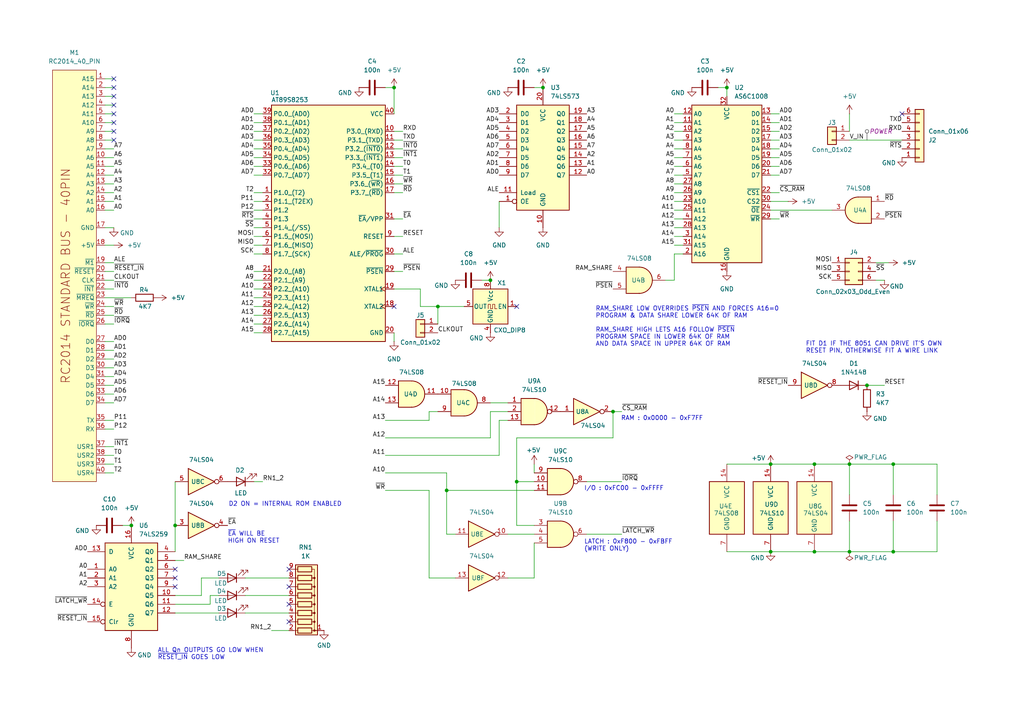
<source format=kicad_sch>
(kicad_sch (version 20231120) (generator "eeschema") (generator_version "8.0")
  (paper "A4")
  (title_block (title "RCBus 8051 Board 64K ROM + 64K RAM") (date "2025-01-01") (rev "1.1"))
  (junction (at 223.52 134.62))
  (junction (at 157.48 25.4))
  (junction (at 38.1 152.4))
  (junction (at 223.52 160.02))
  (junction (at 246.38 160.02))
  (junction (at 259.08 160.02))
  (junction (at 246.38 134.62))
  (junction (at 114.3 25.4))
  (junction (at 142.24 81.28))
  (junction (at 177.8 119.38))
  (junction (at 129.54 142.24))
  (junction (at 149.86 139.7))
  (junction (at 259.08 134.62))
  (junction (at 236.22 134.62))
  (junction (at 236.22 160.02))
  (junction (at 50.8 152.4))
  (junction (at 127 88.9))
  (junction (at 210.82 25.4))
  (junction (at 251.46 111.76))
  (no_connect (at 33.02 30.48))
  (no_connect (at 261.62 33.02))
  (no_connect (at 33.02 35.56))
  (no_connect (at 83.82 180.34))
  (no_connect (at 33.02 40.64))
  (no_connect (at 83.82 175.26))
  (no_connect (at 114.3 88.9))
  (no_connect (at 83.82 165.1))
  (no_connect (at 50.8 170.18))
  (no_connect (at 50.8 167.64))
  (no_connect (at 33.02 25.4))
  (no_connect (at 33.02 27.94))
  (no_connect (at 33.02 22.86))
  (no_connect (at 50.8 165.1))
  (no_connect (at 33.02 33.02))
  (no_connect (at 149.86 88.9))
  (no_connect (at 33.02 38.1))
  (no_connect (at 83.82 170.18))
  (wire (pts (xy 30.48 124.46) (xy 33.02 124.46)))
  (wire (pts (xy 195.58 53.34) (xy 198.12 53.34)))
  (wire (pts (xy 33.02 76.2) (xy 30.48 76.2)))
  (wire (pts (xy 114.3 68.58) (xy 116.84 68.58)))
  (wire (pts (xy 50.8 175.26) (xy 60.96 175.26)))
  (wire (pts (xy 154.94 139.7) (xy 149.86 139.7)))
  (wire (pts (xy 132.08 167.64) (xy 124.46 167.64)))
  (wire (pts (xy 33.02 104.14) (xy 30.48 104.14)))
  (wire (pts (xy 111.76 25.4) (xy 114.3 25.4)))
  (wire (pts (xy 114.3 45.72) (xy 116.84 45.72)))
  (wire (pts (xy 60.96 172.72) (xy 63.5 172.72)))
  (wire (pts (xy 223.52 50.8) (xy 226.06 50.8)))
  (wire (pts (xy 33.02 109.22) (xy 30.48 109.22)))
  (wire (pts (xy 223.52 48.26) (xy 226.06 48.26)))
  (wire (pts (xy 195.58 71.12) (xy 198.12 71.12)))
  (wire (pts (xy 170.18 154.94) (xy 180.34 154.94)))
  (wire (pts (xy 271.78 134.62) (xy 271.78 143.51)))
  (wire (pts (xy 33.02 58.42) (xy 30.48 58.42)))
  (wire (pts (xy 144.78 121.92) (xy 147.32 121.92)))
  (wire (pts (xy 195.58 33.02) (xy 198.12 33.02)))
  (wire (pts (xy 144.78 132.08) (xy 144.78 121.92)))
  (wire (pts (xy 154.94 142.24) (xy 129.54 142.24)))
  (wire (pts (xy 259.08 151.13) (xy 259.08 160.02)))
  (wire (pts (xy 73.66 81.28) (xy 76.2 81.28)))
  (wire (pts (xy 127 88.9) (xy 134.62 88.9)))
  (wire (pts (xy 33.02 101.6) (xy 30.48 101.6)))
  (wire (pts (xy 195.58 35.56) (xy 198.12 35.56)))
  (wire (pts (xy 33.02 27.94) (xy 30.48 27.94)))
  (wire (pts (xy 223.52 33.02) (xy 226.06 33.02)))
  (wire (pts (xy 129.54 142.24) (xy 129.54 154.94)))
  (wire (pts (xy 132.08 154.94) (xy 129.54 154.94)))
  (wire (pts (xy 246.38 134.62) (xy 246.38 143.51)))
  (wire (pts (xy 142.24 119.38) (xy 147.32 119.38)))
  (wire (pts (xy 33.02 111.76) (xy 30.48 111.76)))
  (wire (pts (xy 193.04 81.28) (xy 195.58 81.28)))
  (wire (pts (xy 195.58 43.18) (xy 198.12 43.18)))
  (wire (pts (xy 114.3 25.4) (xy 114.3 33.02)))
  (wire (pts (xy 73.66 35.56) (xy 76.2 35.56)))
  (wire (pts (xy 114.3 43.18) (xy 116.84 43.18)))
  (wire (pts (xy 195.58 45.72) (xy 198.12 45.72)))
  (wire (pts (xy 73.66 33.02) (xy 76.2 33.02)))
  (wire (pts (xy 73.66 73.66) (xy 76.2 73.66)))
  (wire (pts (xy 33.02 91.44) (xy 30.48 91.44)))
  (wire (pts (xy 58.42 167.64) (xy 63.5 167.64)))
  (wire (pts (xy 33.02 116.84) (xy 30.48 116.84)))
  (wire (pts (xy 195.58 81.28) (xy 195.58 73.66)))
  (wire (pts (xy 33.02 30.48) (xy 30.48 30.48)))
  (wire (pts (xy 139.7 81.28) (xy 142.24 81.28)))
  (wire (pts (xy 33.02 48.26) (xy 30.48 48.26)))
  (wire (pts (xy 195.58 73.66) (xy 198.12 73.66)))
  (wire (pts (xy 170.18 139.7) (xy 180.34 139.7)))
  (wire (pts (xy 114.3 48.26) (xy 116.84 48.26)))
  (wire (pts (xy 71.12 167.64) (xy 83.82 167.64)))
  (wire (pts (xy 114.3 99.06) (xy 114.3 96.52)))
  (wire (pts (xy 223.52 58.42) (xy 228.6 58.42)))
  (wire (pts (xy 144.78 58.42) (xy 144.78 66.04)))
  (wire (pts (xy 114.3 83.82) (xy 121.92 83.82)))
  (wire (pts (xy 223.52 45.72) (xy 226.06 45.72)))
  (wire (pts (xy 251.46 111.76) (xy 256.54 111.76)))
  (wire (pts (xy 73.66 55.88) (xy 76.2 55.88)))
  (wire (pts (xy 33.02 114.3) (xy 30.48 114.3)))
  (wire (pts (xy 30.48 86.36) (xy 38.1 86.36)))
  (wire (pts (xy 33.02 99.06) (xy 30.48 99.06)))
  (wire (pts (xy 73.66 139.7) (xy 76.2 139.7)))
  (wire (pts (xy 154.94 25.4) (xy 157.48 25.4)))
  (wire (pts (xy 33.02 43.18) (xy 30.48 43.18)))
  (wire (pts (xy 195.58 66.04) (xy 198.12 66.04)))
  (wire (pts (xy 147.32 167.64) (xy 154.94 167.64)))
  (wire (pts (xy 121.92 88.9) (xy 127 88.9)))
  (wire (pts (xy 33.02 22.86) (xy 30.48 22.86)))
  (wire (pts (xy 78.74 182.88) (xy 83.82 182.88)))
  (wire (pts (xy 246.38 33.02) (xy 246.38 38.1)))
  (wire (pts (xy 114.3 40.64) (xy 116.84 40.64)))
  (wire (pts (xy 149.86 152.4) (xy 149.86 139.7)))
  (wire (pts (xy 33.02 78.74) (xy 30.48 78.74)))
  (wire (pts (xy 195.58 68.58) (xy 198.12 68.58)))
  (wire (pts (xy 195.58 48.26) (xy 198.12 48.26)))
  (wire (pts (xy 73.66 58.42) (xy 76.2 58.42)))
  (wire (pts (xy 114.3 73.66) (xy 116.84 73.66)))
  (wire (pts (xy 33.02 35.56) (xy 30.48 35.56)))
  (wire (pts (xy 33.02 40.64) (xy 30.48 40.64)))
  (wire (pts (xy 114.3 53.34) (xy 116.84 53.34)))
  (wire (pts (xy 223.52 134.62) (xy 236.22 134.62)))
  (wire (pts (xy 30.48 134.62) (xy 33.02 134.62)))
  (wire (pts (xy 124.46 121.92) (xy 124.46 119.38)))
  (wire (pts (xy 149.86 139.7) (xy 149.86 127)))
  (wire (pts (xy 259.08 160.02) (xy 246.38 160.02)))
  (wire (pts (xy 223.52 43.18) (xy 226.06 43.18)))
  (wire (pts (xy 111.76 121.92) (xy 124.46 121.92)))
  (wire (pts (xy 121.92 83.82) (xy 121.92 88.9)))
  (wire (pts (xy 73.66 78.74) (xy 76.2 78.74)))
  (wire (pts (xy 210.82 160.02) (xy 223.52 160.02)))
  (wire (pts (xy 124.46 167.64) (xy 124.46 142.24)))
  (wire (pts (xy 73.66 43.18) (xy 76.2 43.18)))
  (wire (pts (xy 73.66 48.26) (xy 76.2 48.26)))
  (wire (pts (xy 71.12 177.8) (xy 83.82 177.8)))
  (wire (pts (xy 147.32 154.94) (xy 154.94 154.94)))
  (wire (pts (xy 154.94 152.4) (xy 149.86 152.4)))
  (wire (pts (xy 73.66 91.44) (xy 76.2 91.44)))
  (wire (pts (xy 33.02 53.34) (xy 30.48 53.34)))
  (wire (pts (xy 223.52 63.5) (xy 226.06 63.5)))
  (wire (pts (xy 114.3 55.88) (xy 116.84 55.88)))
  (wire (pts (xy 254 81.28) (xy 256.54 81.28)))
  (wire (pts (xy 73.66 86.36) (xy 76.2 86.36)))
  (wire (pts (xy 195.58 60.96) (xy 198.12 60.96)))
  (wire (pts (xy 73.66 40.64) (xy 76.2 40.64)))
  (wire (pts (xy 58.42 167.64) (xy 58.42 172.72)))
  (wire (pts (xy 210.82 134.62) (xy 223.52 134.62)))
  (wire (pts (xy 142.24 116.84) (xy 147.32 116.84)))
  (wire (pts (xy 129.54 137.16) (xy 111.76 137.16)))
  (wire (pts (xy 223.52 38.1) (xy 226.06 38.1)))
  (wire (pts (xy 223.52 60.96) (xy 241.3 60.96)))
  (wire (pts (xy 50.8 177.8) (xy 63.5 177.8)))
  (wire (pts (xy 33.02 88.9) (xy 30.48 88.9)))
  (wire (pts (xy 73.66 50.8) (xy 76.2 50.8)))
  (wire (pts (xy 58.42 172.72) (xy 50.8 172.72)))
  (wire (pts (xy 195.58 63.5) (xy 198.12 63.5)))
  (wire (pts (xy 71.12 172.72) (xy 83.82 172.72)))
  (wire (pts (xy 259.08 134.62) (xy 271.78 134.62)))
  (wire (pts (xy 142.24 127) (xy 142.24 119.38)))
  (wire (pts (xy 223.52 40.64) (xy 226.06 40.64)))
  (wire (pts (xy 259.08 134.62) (xy 259.08 143.51)))
  (wire (pts (xy 33.02 50.8) (xy 30.48 50.8)))
  (wire (pts (xy 33.02 66.04) (xy 30.48 66.04)))
  (wire (pts (xy 210.82 27.94) (xy 210.82 25.4)))
  (wire (pts (xy 114.3 63.5) (xy 116.84 63.5)))
  (wire (pts (xy 33.02 38.1) (xy 30.48 38.1)))
  (wire (pts (xy 246.38 40.64) (xy 261.62 40.64)))
  (wire (pts (xy 210.82 25.4) (xy 208.28 25.4)))
  (wire (pts (xy 223.52 160.02) (xy 236.22 160.02)))
  (wire (pts (xy 149.86 127) (xy 177.8 127)))
  (wire (pts (xy 114.3 38.1) (xy 116.84 38.1)))
  (wire (pts (xy 60.96 172.72) (xy 60.96 175.26)))
  (wire (pts (xy 195.58 40.64) (xy 198.12 40.64)))
  (wire (pts (xy 33.02 60.96) (xy 30.48 60.96)))
  (wire (pts (xy 50.8 139.7) (xy 50.8 152.4)))
  (wire (pts (xy 33.02 71.12) (xy 30.48 71.12)))
  (wire (pts (xy 73.66 60.96) (xy 76.2 60.96)))
  (wire (pts (xy 111.76 142.24) (xy 124.46 142.24)))
  (wire (pts (xy 111.76 127) (xy 142.24 127)))
  (wire (pts (xy 154.94 167.64) (xy 154.94 157.48)))
  (wire (pts (xy 195.58 58.42) (xy 198.12 58.42)))
  (wire (pts (xy 73.66 45.72) (xy 76.2 45.72)))
  (wire (pts (xy 246.38 134.62) (xy 259.08 134.62)))
  (wire (pts (xy 114.3 50.8) (xy 116.84 50.8)))
  (wire (pts (xy 73.66 63.5) (xy 76.2 63.5)))
  (wire (pts (xy 154.94 134.62) (xy 154.94 137.16)))
  (wire (pts (xy 127 88.9) (xy 127 93.98)))
  (wire (pts (xy 271.78 160.02) (xy 259.08 160.02)))
  (wire (pts (xy 223.52 35.56) (xy 226.06 35.56)))
  (wire (pts (xy 114.3 78.74) (xy 116.84 78.74)))
  (wire (pts (xy 33.02 81.28) (xy 30.48 81.28)))
  (wire (pts (xy 73.66 71.12) (xy 76.2 71.12)))
  (wire (pts (xy 33.02 55.88) (xy 30.48 55.88)))
  (wire (pts (xy 195.58 38.1) (xy 198.12 38.1)))
  (wire (pts (xy 73.66 66.04) (xy 76.2 66.04)))
  (wire (pts (xy 73.66 93.98) (xy 76.2 93.98)))
  (wire (pts (xy 35.56 152.4) (xy 38.1 152.4)))
  (wire (pts (xy 33.02 106.68) (xy 30.48 106.68)))
  (wire (pts (xy 236.22 160.02) (xy 246.38 160.02)))
  (wire (pts (xy 30.48 137.16) (xy 33.02 137.16)))
  (wire (pts (xy 177.8 127) (xy 177.8 119.38)))
  (wire (pts (xy 73.66 68.58) (xy 76.2 68.58)))
  (wire (pts (xy 177.8 119.38) (xy 180.34 119.38)))
  (wire (pts (xy 129.54 142.24) (xy 129.54 137.16)))
  (wire (pts (xy 30.48 132.08) (xy 33.02 132.08)))
  (wire (pts (xy 246.38 151.13) (xy 246.38 160.02)))
  (wire (pts (xy 195.58 50.8) (xy 198.12 50.8)))
  (wire (pts (xy 257.81 76.2) (xy 254 76.2)))
  (wire (pts (xy 30.48 129.54) (xy 33.02 129.54)))
  (wire (pts (xy 33.02 33.02) (xy 30.48 33.02)))
  (wire (pts (xy 73.66 88.9) (xy 76.2 88.9)))
  (wire (pts (xy 236.22 134.62) (xy 246.38 134.62)))
  (wire (pts (xy 73.66 96.52) (xy 76.2 96.52)))
  (wire (pts (xy 195.58 55.88) (xy 198.12 55.88)))
  (wire (pts (xy 73.66 38.1) (xy 76.2 38.1)))
  (wire (pts (xy 271.78 151.13) (xy 271.78 160.02)))
  (wire (pts (xy 223.52 55.88) (xy 226.06 55.88)))
  (wire (pts (xy 53.34 162.56) (xy 50.8 162.56)))
  (wire (pts (xy 124.46 119.38) (xy 127 119.38)))
  (wire (pts (xy 33.02 45.72) (xy 30.48 45.72)))
  (wire (pts (xy 73.66 83.82) (xy 76.2 83.82)))
  (wire (pts (xy 50.8 152.4) (xy 50.8 160.02)))
  (wire (pts (xy 33.02 25.4) (xy 30.48 25.4)))
  (wire (pts (xy 33.02 83.82) (xy 30.48 83.82)))
  (wire (pts (xy 30.48 121.92) (xy 33.02 121.92)))
  (wire (pts (xy 111.76 132.08) (xy 144.78 132.08)))
  (wire (pts (xy 33.02 93.98) (xy 30.48 93.98)))
  (text "ALL Qn OUTPUTS GO LOW WHEN\n~{RESET_IN} GOES LOW" (at 45.72 187.96 0) (effects (font (size 1.27 1.27)) (justify left top)))
  (text "D2 ON = INTERNAL ROM ENABLED" (at 66.294 145.542 0) (effects (font (size 1.27 1.27)) (justify left top)))
  (text "RAM_SHARE LOW OVERRIDES ~{PSEN} AND FORCES A16=0\nPROGRAM & DATA SHARE LOWER 64K OF RAM\n\nRAM_SHARE HIGH LETS A16 FOLLOW ~{PSEN}\nPROGRAM SPACE IN LOWER 64K OF RAM\nAND DATA SPACE IN UPPER 64K OF RAM" (at 172.72 88.9 0) (effects (font (size 1.27 1.27)) (justify left top)))
  (text "FIT D1 IF THE 8051 CAN DRIVE IT'S OWN\nRESET PIN, OTHERWISE FIT A WIRE LINK\n" (at 233.68 99.06 0) (effects (font (size 1.27 1.27)) (justify left top)))
  (text "~{EA} WILL BE\nHIGH ON RESET" (at 66.04 155.956 0) (effects (font (size 1.27 1.27)) (justify left)))
  (text "I/O : 0xFC00 - 0xFFFF" (at 169.418 141.732 0) (effects (font (size 1.27 1.27) (thickness 0.1588)) (justify left)))
  (text "LATCH : 0xF800 - 0xFBFF\n(WRITE ONLY)" (at 169.418 158.242 0) (effects (font (size 1.27 1.27) (thickness 0.1588)) (justify left)))
  (text "RAM : 0x0000 - 0xF7FF" (at 180.086 121.412 0) (effects (font (size 1.27 1.27) (thickness 0.1588)) (justify left)))
  (label "~{EA}" (at 66.04 152.4 0))
  (label "A15" (at 195.58 71.12 180))
  (label "~{WR}" (at 111.76 142.24 180))
  (label "ALE" (at 116.84 73.66 0))
  (label "AD2" (at 73.66 38.1 180))
  (label "A7" (at 195.58 50.8 180))
  (label "A14" (at 195.58 68.58 180))
  (label "A9" (at 73.66 81.28 180))
  (label "~{CS_RAM}" (at 180.34 119.38 0))
  (label "~{WR}" (at 226.06 63.5 0))
  (label "AD4" (at 73.66 43.18 180))
  (label "ALE" (at 144.78 55.88 180))
  (label "A10" (at 195.58 58.42 180))
  (label "AD4" (at 33.02 109.22 0))
  (label "SCK" (at 73.66 73.66 180))
  (label "RAM_SHARE" (at 177.8 78.74 180))
  (label "AD1" (at 73.66 35.56 180))
  (label "A3" (at 33.02 53.34 0))
  (label "~{RESET_IN}" (at 25.4 180.34 180))
  (label "AD5" (at 144.78 38.1 180))
  (label "AD2" (at 33.02 104.14 0))
  (label "AD5" (at 226.06 45.72 0))
  (label "RXD" (at 116.84 38.1 0))
  (label "A10" (at 111.76 137.16 180))
  (label "A7" (at 33.02 43.18 0))
  (label "AD0" (at 25.4 160.02 180))
  (label "A0" (at 33.02 60.96 0))
  (label "~{WR}" (at 33.02 88.9 0))
  (label "~{SS}" (at 254 78.74 0))
  (label "A15" (at 73.66 96.52 180))
  (label "AD5" (at 73.66 45.72 180))
  (label "A11" (at 73.66 86.36 180))
  (label "A5" (at 170.18 38.1 0))
  (label "A11" (at 195.58 60.96 180))
  (label "AD7" (at 226.06 50.8 0))
  (label "CLKOUT" (at 127 96.52 0))
  (label "RXD" (at 261.62 38.1 180))
  (label "~{LATCH_WR}" (at 180.34 154.94 0))
  (label "RN1_2" (at 78.74 182.88 180))
  (label "A6" (at 170.18 40.64 0))
  (label "A15" (at 111.76 111.76 180))
  (label "P12" (at 73.66 60.96 180))
  (label "A0" (at 195.58 33.02 180))
  (label "A2" (at 25.4 170.18 180))
  (label "~{LATCH_WR}" (at 25.4 175.26 180))
  (label "A1" (at 170.18 48.26 0))
  (label "AD0" (at 226.06 33.02 0))
  (label "A13" (at 195.58 66.04 180))
  (label "A4" (at 170.18 35.56 0))
  (label "A4" (at 195.58 43.18 180))
  (label "A1" (at 195.58 35.56 180))
  (label "AD4" (at 226.06 43.18 0))
  (label "~{PSEN}" (at 177.8 83.82 180))
  (label "V_IN" (at 246.38 40.64 0))
  (label "AD2" (at 226.06 38.1 0))
  (label "~{IORQ}" (at 180.34 139.7 0))
  (label "A12" (at 111.76 127 180))
  (label "~{INT0}" (at 33.02 83.82 0))
  (label "AD7" (at 33.02 116.84 0))
  (label "~{RD}" (at 33.02 91.44 0))
  (label "~{PSEN}" (at 256.54 63.5 0))
  (label "A12" (at 73.66 88.9 180))
  (label "MISO" (at 73.66 71.12 180))
  (label "~{RESET_IN}" (at 33.02 78.74 0))
  (label "T0" (at 116.84 48.26 0))
  (label "A10" (at 73.66 83.82 180))
  (label "MISO" (at 241.3 78.74 180))
  (label "~{RD}" (at 256.54 58.42 0))
  (label "A12" (at 195.58 63.5 180))
  (label "A2" (at 195.58 38.1 180))
  (label "A4" (at 33.02 50.8 0))
  (label "A14" (at 111.76 116.84 180))
  (label "AD0" (at 33.02 99.06 0))
  (label "AD0" (at 73.66 33.02 180))
  (label "A5" (at 33.02 48.26 0))
  (label "AD3" (at 144.78 33.02 180))
  (label "~{INT1}" (at 33.02 129.54 0))
  (label "~{RESET_IN}" (at 228.6 111.76 180))
  (label "AD3" (at 226.06 40.64 0))
  (label "AD1" (at 33.02 101.6 0))
  (label "T1" (at 116.84 50.8 0))
  (label "AD5" (at 33.02 111.76 0))
  (label "A2" (at 170.18 45.72 0))
  (label "A1" (at 25.4 167.64 180))
  (label "A11" (at 111.76 132.08 180))
  (label "~{WR}" (at 116.84 53.34 0))
  (label "AD7" (at 73.66 50.8 180))
  (label "A9" (at 195.58 55.88 180))
  (label "A1" (at 33.02 58.42 0))
  (label "TXD" (at 261.62 35.56 180))
  (label "RAM_SHARE" (at 53.34 162.56 0))
  (label "AD2" (at 144.78 45.72 180))
  (label "A0" (at 25.4 165.1 180))
  (label "A6" (at 195.58 48.26 180))
  (label "~{IORQ}" (at 33.02 93.98 0))
  (label "SCK" (at 241.3 81.28 180))
  (label "A14" (at 73.66 93.98 180))
  (label "A8" (at 195.58 53.34 180))
  (label "A13" (at 73.66 91.44 180))
  (label "AD0" (at 144.78 50.8 180))
  (label "P11" (at 73.66 58.42 180))
  (label "MOSI" (at 241.3 76.2 180))
  (label "A7" (at 170.18 43.18 0))
  (label "~{INT1}" (at 116.84 45.72 0))
  (label "AD7" (at 144.78 43.18 180))
  (label "MOSI" (at 73.66 68.58 180))
  (label "AD1" (at 226.06 35.56 0))
  (label "AD3" (at 73.66 40.64 180))
  (label "P11" (at 33.02 121.92 0))
  (label "A6" (at 33.02 45.72 0))
  (label "A3" (at 195.58 40.64 180))
  (label "AD4" (at 144.78 35.56 180))
  (label "A2" (at 33.02 55.88 0))
  (label "~{PSEN}" (at 116.84 78.74 0))
  (label "AD6" (at 226.06 48.26 0))
  (label "AD6" (at 144.78 40.64 180))
  (label "A0" (at 170.18 50.8 0))
  (label "A13" (at 111.76 121.92 180))
  (label "T0" (at 33.02 132.08 0))
  (label "AD6" (at 33.02 114.3 0))
  (label "RESET" (at 116.84 68.58 0))
  (label "RESET" (at 256.54 111.76 0))
  (label "A8" (at 73.66 78.74 180))
  (label "P12" (at 33.02 124.46 0))
  (label "ALE" (at 33.02 76.2 0))
  (label "AD1" (at 144.78 48.26 180))
  (label "T2" (at 73.66 55.88 180))
  (label "~{RTS}" (at 261.62 43.18 180))
  (label "~{RTS}" (at 73.66 63.5 180))
  (label "AD6" (at 73.66 48.26 180))
  (label "A5" (at 195.58 45.72 180))
  (label "TXD" (at 116.84 40.64 0))
  (label "RN1_2" (at 76.2 139.7 0))
  (label "~{RD}" (at 116.84 55.88 0))
  (label "T2" (at 33.02 137.16 0))
  (label "CLKOUT" (at 33.02 81.28 0))
  (label "T1" (at 33.02 134.62 0))
  (label "~{EA}" (at 116.84 63.5 0))
  (label "~{SS}" (at 73.66 66.04 180))
  (label "~{CS_RAM}" (at 226.06 55.88 0))
  (label "A3" (at 170.18 33.02 0))
  (label "AD3" (at 33.02 106.68 0))
  (label "~{INT0}" (at 116.84 43.18 0))
  (netclass_flag "" (length 2.54) (shape round) (at 251.46 40.64 0) (property "Netclass" "POWER" (at 252.1585 38.1 0) (effects (font (italic yes)) (justify left))))
  (symbol (lib_id "74xx:74LS10") (at 223.52 147.32 0) (unit 4)
    (property "Reference" "U9" (at 221.742 146.304 0) (effects (justify left)))
    (property "Value" "74LS10" (at 220.218 148.844 0) (effects (justify left)))
    (property "Footprint" "MyLibrary2023:DIP-14_W7.62mm_Socket" (effects (hide yes)))
    (property "Datasheet" "http://www.ti.com/lit/gpn/sn74LS10" (effects (hide yes)))
    (property "Description" "Triple 3-input NAND" (effects (hide yes)))
  )
  (symbol (lib_id "74xx:74LS04") (at 236.22 147.32 0) (unit 7)
    (property "Reference" "U8" (at 234.442 146.812 0) (effects (justify left)))
    (property "Value" "74LS04" (at 232.918 148.844 0) (effects (justify left)))
    (property "Footprint" "MyLibrary2023:DIP-14_W7.62mm_Socket" (effects (hide yes)))
    (property "Datasheet" "http://www.ti.com/lit/gpn/sn74LS04" (effects (hide yes)))
    (property "Description" "Hex Inverter" (effects (hide yes)))
  )
  (symbol (lib_id "74xx:74LS10") (at 162.56 154.94 0) (unit 2)
    (property "Reference" "U9" (at 162.5517 146.05 0))
    (property "Value" "74LS10" (at 162.5517 148.59 0))
    (property "Footprint" "MyLibrary2023:DIP-14_W7.62mm_Socket" (effects (hide yes)))
    (property "Datasheet" "http://www.ti.com/lit/gpn/sn74LS10" (effects (hide yes)))
    (property "Description" "Triple 3-input NAND" (effects (hide yes)))
  )
  (symbol (lib_id "power:GND") (at 142.24 96.52 0) (unit 1)
    (property "Reference" "#PWR033" (effects (hide yes)))
    (property "Value" "GND" (at 138.176 98.044 0))
    (property "Description" "Power symbol creates a global label with name \"GND\" , ground" (effects (hide yes)))
  )
  (symbol (lib_id "74xx:74LS10") (at 154.94 119.38 0) (unit 1)
    (property "Reference" "U9" (at 154.9317 110.49 0))
    (property "Value" "74LS10" (at 154.9317 113.03 0))
    (property "Footprint" "MyLibrary2023:DIP-14_W7.62mm_Socket" (effects (hide yes)))
    (property "Datasheet" "http://www.ti.com/lit/gpn/sn74LS10" (effects (hide yes)))
    (property "Description" "Triple 3-input NAND" (effects (hide yes)))
  )
  (symbol (lib_id "Device:C") (at 204.47 25.4 90) (unit 1)
    (property "Reference" "C3" (at 204.47 17.78 90))
    (property "Value" "100n" (at 204.47 20.32 90))
    (property "Footprint" "Capacitor_THT:C_Disc_D5.0mm_W2.5mm_P2.50mm" (effects (hide yes)))
    (property "Description" "Unpolarized capacitor" (effects (hide yes)))
  )
  (symbol (lib_id "power:GND") (at 223.52 160.02 0) (unit 1)
    (property "Reference" "#PWR019" (effects (hide yes)))
    (property "Value" "GND" (at 219.71 161.798 0))
    (property "Description" "Power symbol creates a global label with name \"GND\" , ground" (effects (hide yes)))
  )
  (symbol (lib_id "74xx:74LS573") (at 157.48 45.72 0) (unit 1)
    (property "Reference" "U3" (at 159.6741 25.4 0) (effects (justify left)))
    (property "Value" "74LS573" (at 159.6741 27.94 0) (effects (justify left)))
    (property "Footprint" "MyLibrary2023:DIP-20_W7.62mm_Socket" (effects (hide yes)))
    (property "Datasheet" "74xx/74hc573.pdf" (effects (hide yes)))
    (property "Description" "8-bit Latch 3-state outputs" (effects (hide yes)))
  )
  (symbol (lib_id "74xx:74LS04") (at 170.18 119.38 0) (unit 1)
    (property "Reference" "U8" (at 168.91 119.38 0))
    (property "Value" "74LS04" (at 171.958 123.444 0))
    (property "Footprint" "MyLibrary2023:DIP-14_W7.62mm_Socket" (effects (hide yes)))
    (property "Datasheet" "http://www.ti.com/lit/gpn/sn74LS04" (effects (hide yes)))
    (property "Description" "Hex Inverter" (effects (hide yes)))
  )
  (symbol (lib_id "MyLibrary2023:RC2014_40_PIN") (at 22.86 76.2 0) (unit 1)
    (property "Reference" "M1" (at 21.59 15.24 0))
    (property "Value" "RC2014_40_PIN" (at 21.59 17.78 0))
    (property "Footprint" "MyLibrary2023:RCBUS_40P_MEDIUM" (effects (hide yes)))
    (property "Description" "RC2014 Standard Bus 40 Pin" (effects (hide yes)))
  )
  (symbol (lib_id "power:PWR_FLAG") (at 246.38 160.02 180) (unit 1)
    (property "Reference" "#FLG02" (effects (hide yes)))
    (property "Value" "PWR_FLAG" (at 252.476 161.798 0))
    (property "Description" "Special symbol for telling ERC where power comes from" (effects (hide yes)))
  )
  (symbol (lib_id "power:GND") (at 210.82 78.74 0) (unit 1)
    (property "Reference" "#PWR02" (effects (hide yes)))
    (property "Value" "GND" (at 210.82 83.82 0))
    (property "Description" "Power symbol creates a global label with name \"GND\" , ground" (effects (hide yes)))
  )
  (symbol (lib_id "74xx:74LS08") (at 185.42 81.28 0) (unit 2)
    (property "Reference" "U4" (at 185.166 81.28 0))
    (property "Value" "74LS08" (at 185.4117 74.93 0))
    (property "Footprint" "MyLibrary2023:DIP-14_W7.62mm_Socket" (effects (hide yes)))
    (property "Datasheet" "http://www.ti.com/lit/gpn/sn74LS08" (effects (hide yes)))
    (property "Description" "Quad And2" (effects (hide yes)))
  )
  (symbol (lib_id "Device:R") (at 251.46 115.57 0) (unit 1)
    (property "Reference" "R3" (at 254 114.2999 0) (effects (justify left)))
    (property "Value" "4K7" (at 254 116.8399 0) (effects (justify left)))
    (property "Footprint" "Resistor_THT:R_Axial_DIN0207_L6.3mm_D2.5mm_P7.62mm_Horizontal" (effects (hide yes)))
    (property "Description" "Resistor" (effects (hide yes)))
  )
  (symbol (lib_id "power:+5V") (at 257.81 76.2 270) (unit 1)
    (property "Reference" "#PWR030" (effects (hide yes)))
    (property "Value" "+5V" (at 261.553 76.1999 90) (effects (justify left)))
    (property "Description" "Power symbol creates a global label with name \"+5V\"" (effects (hide yes)))
  )
  (symbol (lib_id "Device:C") (at 107.95 25.4 90) (unit 1)
    (property "Reference" "C4" (at 107.95 17.78 90))
    (property "Value" "100n" (at 107.95 20.32 90))
    (property "Footprint" "Capacitor_THT:C_Disc_D5.0mm_W2.5mm_P2.50mm" (effects (hide yes)))
    (property "Description" "Unpolarized capacitor" (effects (hide yes)))
  )
  (symbol (lib_id "Device:R_Network08") (at 88.9 172.72 270) (mirror x) (unit 1)
    (property "Reference" "RN1" (at 88.646 158.75 90))
    (property "Value" "1K" (at 88.646 161.29 90))
    (property "Footprint" "Resistor_THT:R_Array_SIP9" (effects (hide yes)))
    (property "Datasheet" "http://www.vishay.com/docs/31509/csc.pdf" (effects (hide yes)))
    (property "Description" "8 resistor network, star topology, bussed resistors, small symbol" (effects (hide yes)))
  )
  (symbol (lib_id "74xx:74LS04") (at 139.7 154.94 0) (unit 5)
    (property "Reference" "U8" (at 138.43 154.94 0))
    (property "Value" "74LS04" (at 139.7 148.59 0))
    (property "Footprint" "MyLibrary2023:DIP-14_W7.62mm_Socket" (effects (hide yes)))
    (property "Datasheet" "http://www.ti.com/lit/gpn/sn74LS04" (effects (hide yes)))
    (property "Description" "Hex Inverter" (effects (hide yes)))
  )
  (symbol (lib_id "power:+5V") (at 210.82 25.4 0) (unit 1)
    (property "Reference" "#PWR013" (effects (hide yes)))
    (property "Value" "+5V" (at 210.82 20.32 0))
    (property "Description" "Power symbol creates a global label with name \"+5V\"" (effects (hide yes)))
  )
  (symbol (lib_id "Connector_Generic:Conn_01x02") (at 241.3 38.1 0) (mirror y) (unit 1)
    (property "Reference" "J3" (at 241.3 35.56 0))
    (property "Value" "Conn_01x02" (at 241.3 43.434 0))
    (property "Footprint" "Connector_PinHeader_2.54mm:PinHeader_1x02_P2.54mm_Vertical" (effects (hide yes)))
    (property "Description" "Generic connector, single row, 01x02, script generated (kicad-library-utils/schlib/autogen/connector/)" (effects (hide yes)))
  )
  (symbol (lib_id "Device:LED") (at 67.31 172.72 180) (unit 1)
    (property "Reference" "D4" (at 64.262 171.45 0))
    (property "Value" "LED" (at 64.008 174.244 0))
    (property "Footprint" "LED_THT:LED_D3.0mm" (effects (hide yes)))
    (property "Description" "Light emitting diode" (effects (hide yes)))
  )
  (symbol (lib_id "power:GND") (at 144.78 66.04 0) (unit 1)
    (property "Reference" "#PWR06" (effects (hide yes)))
    (property "Value" "GND" (at 144.78 71.12 0))
    (property "Description" "Power symbol creates a global label with name \"GND\" , ground" (effects (hide yes)))
  )
  (symbol (lib_id "power:GND") (at 157.48 66.04 0) (unit 1)
    (property "Reference" "#PWR01" (effects (hide yes)))
    (property "Value" "GND" (at 157.48 71.12 0))
    (property "Description" "Power symbol creates a global label with name \"GND\" , ground" (effects (hide yes)))
  )
  (symbol (lib_id "Device:C") (at 31.75 152.4 90) (unit 1)
    (property "Reference" "C10" (at 31.75 144.78 90))
    (property "Value" "100n" (at 31.75 147.32 90))
    (property "Footprint" "Capacitor_THT:C_Disc_D5.0mm_W2.5mm_P2.50mm" (effects (hide yes)))
    (property "Description" "Unpolarized capacitor" (effects (hide yes)))
  )
  (symbol (lib_id "Oscillator:CXO_DIP8") (at 142.24 88.9 0) (mirror y) (unit 1)
    (property "Reference" "X1" (at 145.542 82.042 0))
    (property "Value" "CXO_DIP8" (at 147.828 95.758 0))
    (property "Footprint" "Oscillator:Oscillator_DIP-8" (effects (hide yes)))
    (property "Datasheet" "http://cdn-reichelt.de/documents/datenblatt/B400/OSZI.pdf" (effects (hide yes)))
    (property "Description" "Crystal Clock Oscillator, DIP8-style metal package" (effects (hide yes)))
  )
  (symbol (lib_id "Connector_Generic:Conn_01x06") (at 266.7 40.64 0) (mirror x) (unit 1)
    (property "Reference" "J2" (at 269.24 40.6401 0) (effects (justify left)))
    (property "Value" "Conn_01x06" (at 269.24 38.1001 0) (effects (justify left)))
    (property "Footprint" "Connector_PinSocket_2.54mm:PinSocket_1x06_P2.54mm_Horizontal" (effects (hide yes)))
    (property "Description" "Generic connector, single row, 01x06, script generated (kicad-library-utils/schlib/autogen/connector/)" (effects (hide yes)))
  )
  (symbol (lib_id "power:+5V") (at 246.38 33.02 0) (unit 1)
    (property "Reference" "#PWR022" (effects (hide yes)))
    (property "Value" "+5V" (at 246.38 27.94 0))
    (property "Description" "Power symbol creates a global label with name \"+5V\"" (effects (hide yes)))
  )
  (symbol (lib_id "74xx:74LS08") (at 119.38 114.3 0) (unit 4)
    (property "Reference" "U4" (at 119.126 114.3 0))
    (property "Value" "74LS08" (at 119.3717 107.95 0))
    (property "Footprint" "MyLibrary2023:DIP-14_W7.62mm_Socket" (effects (hide yes)))
    (property "Datasheet" "http://www.ti.com/lit/gpn/sn74LS08" (effects (hide yes)))
    (property "Description" "Quad And2" (effects (hide yes)))
  )
  (symbol (lib_id "Device:LED") (at 67.31 177.8 180) (unit 1)
    (property "Reference" "D3" (at 64.262 176.53 0))
    (property "Value" "LED" (at 64.008 179.324 0))
    (property "Footprint" "LED_THT:LED_D3.0mm" (effects (hide yes)))
    (property "Description" "Light emitting diode" (effects (hide yes)))
  )
  (symbol (lib_id "Device:C") (at 151.13 25.4 90) (unit 1)
    (property "Reference" "C2" (at 151.13 17.78 90))
    (property "Value" "100n" (at 151.13 20.32 90))
    (property "Footprint" "Capacitor_THT:C_Disc_D5.0mm_W2.5mm_P2.50mm" (effects (hide yes)))
    (property "Description" "Unpolarized capacitor" (effects (hide yes)))
  )
  (symbol (lib_id "Device:C") (at 271.78 147.32 0) (unit 1)
    (property "Reference" "C7" (at 275.59 146.0499 0) (effects (justify left)))
    (property "Value" "100n" (at 275.59 148.5899 0) (effects (justify left)))
    (property "Footprint" "Capacitor_THT:C_Disc_D5.0mm_W2.5mm_P2.50mm" (effects (hide yes)))
    (property "Description" "Unpolarized capacitor" (effects (hide yes)))
  )
  (symbol (lib_id "power:GND") (at 93.98 182.88 0) (unit 1)
    (property "Reference" "#PWR017" (effects (hide yes)))
    (property "Value" "GND" (at 93.98 187.198 0))
    (property "Description" "Power symbol creates a global label with name \"GND\" , ground" (effects (hide yes)))
  )
  (symbol (lib_id "power:GND") (at 27.94 152.4 0) (unit 1)
    (property "Reference" "#PWR031" (effects (hide yes)))
    (property "Value" "GND" (at 23.876 153.924 0))
    (property "Description" "Power symbol creates a global label with name \"GND\" , ground" (effects (hide yes)))
  )
  (symbol (lib_id "74xx:74LS08") (at 210.82 147.32 0) (unit 5)
    (property "Reference" "U4" (at 208.534 146.812 0) (effects (justify left)))
    (property "Value" "74LS08" (at 207.01 148.844 0) (effects (justify left)))
    (property "Footprint" "MyLibrary2023:DIP-14_W7.62mm_Socket" (effects (hide yes)))
    (property "Datasheet" "http://www.ti.com/lit/gpn/sn74LS08" (effects (hide yes)))
    (property "Description" "Quad And2" (effects (hide yes)))
  )
  (symbol (lib_id "Diode:1N4148") (at 247.65 111.76 0) (mirror y) (unit 1)
    (property "Reference" "D1" (at 247.65 105.41 0))
    (property "Value" "1N4148" (at 247.65 107.95 0))
    (property "Footprint" "Diode_THT:D_DO-35_SOD27_P7.62mm_Horizontal" (effects (hide yes)))
    (property "Datasheet" "https://assets.nexperia.com/documents/data-sheet/1N4148_1N4448.pdf" (effects (hide yes)))
    (property "Description" "100V 0.15A standard switching diode, DO-35" (effects (hide yes)))
    (property "Sim.Device" "D" (effects (hide yes)))
    (property "Sim.Pins" "1=K 2=A" (effects (hide yes)))
  )
  (symbol (lib_id "Connector_Generic:Conn_02x03_Odd_Even") (at 246.38 78.74 0) (unit 1)
    (property "Reference" "J4" (at 247.65 73.152 0))
    (property "Value" "Conn_02x03_Odd_Even" (at 247.396 84.582 0))
    (property "Footprint" "Connector_PinHeader_2.54mm:PinHeader_2x03_P2.54mm_Horizontal" (effects (hide yes)))
    (property "Description" "Generic connector, double row, 02x03, odd/even pin numbering scheme (row 1 odd numbers, row 2 even numbers), script generated (kicad-library-utils/schlib/autogen/connector/)" (effects (hide yes)))
  )
  (symbol (lib_id "power:GND") (at 200.66 25.4 0) (unit 1)
    (property "Reference" "#PWR011" (effects (hide yes)))
    (property "Value" "GND" (at 196.596 26.924 0))
    (property "Description" "Power symbol creates a global label with name \"GND\" , ground" (effects (hide yes)))
  )
  (symbol (lib_id "power:+5V") (at 142.24 81.28 0) (unit 1)
    (property "Reference" "#PWR035" (effects (hide yes)))
    (property "Value" "+5V" (at 142.24 76.2 0))
    (property "Description" "Power symbol creates a global label with name \"+5V\"" (effects (hide yes)))
  )
  (symbol (lib_id "power:GND") (at 256.54 81.28 0) (unit 1)
    (property "Reference" "#PWR029" (effects (hide yes)))
    (property "Value" "GND" (at 260.096 83.058 0))
    (property "Description" "Power symbol creates a global label with name \"GND\" , ground" (effects (hide yes)))
  )
  (symbol (lib_id "power:GND") (at 33.02 66.04 0) (mirror y) (unit 1)
    (property "Reference" "#PWR024" (effects (hide yes)))
    (property "Value" "GND" (at 36.83 67.564 0))
    (property "Description" "Power symbol creates a global label with name \"GND\" , ground" (effects (hide yes)))
  )
  (symbol (lib_id "74xx:74LS10") (at 162.56 139.7 0) (unit 3)
    (property "Reference" "U9" (at 162.5517 130.81 0))
    (property "Value" "74LS10" (at 162.5517 133.35 0))
    (property "Footprint" "MyLibrary2023:DIP-14_W7.62mm_Socket" (effects (hide yes)))
    (property "Datasheet" "http://www.ti.com/lit/gpn/sn74LS10" (effects (hide yes)))
    (property "Description" "Triple 3-input NAND" (effects (hide yes)))
  )
  (symbol (lib_id "power:+5V") (at 228.6 58.42 270) (unit 1)
    (property "Reference" "#PWR028" (effects (hide yes)))
    (property "Value" "+5V" (at 232.41 58.4199 90) (effects (justify left)))
    (property "Description" "Power symbol creates a global label with name \"+5V\"" (effects (hide yes)))
  )
  (symbol (lib_id "Connector_Generic:Conn_01x02") (at 121.92 93.98 0) (mirror y) (unit 1)
    (property "Reference" "J5" (at 121.92 91.44 0))
    (property "Value" "Conn_01x02" (at 121.92 99.314 0))
    (property "Footprint" "Connector_PinHeader_2.54mm:PinHeader_1x02_P2.54mm_Vertical" (effects (hide yes)))
    (property "Description" "Generic connector, single row, 01x02, script generated (kicad-library-utils/schlib/autogen/connector/)" (effects (hide yes)))
  )
  (symbol (lib_id "power:+5V") (at 154.94 134.62 0) (unit 1)
    (property "Reference" "#PWR05" (effects (hide yes)))
    (property "Value" "+5V" (at 154.686 130.556 0))
    (property "Description" "Power symbol creates a global label with name \"+5V\"" (effects (hide yes)))
  )
  (symbol (lib_id "power:+5V") (at 114.3 25.4 0) (unit 1)
    (property "Reference" "#PWR015" (effects (hide yes)))
    (property "Value" "+5V" (at 114.3 20.32 0))
    (property "Description" "Power symbol creates a global label with name \"+5V\"" (effects (hide yes)))
  )
  (symbol (lib_id "74xx:74LS04") (at 58.42 152.4 0) (unit 2)
    (property "Reference" "U8" (at 57.404 152.4 0))
    (property "Value" "74LS04" (at 58.42 146.05 0))
    (property "Footprint" "MyLibrary2023:DIP-14_W7.62mm_Socket" (effects (hide yes)))
    (property "Datasheet" "http://www.ti.com/lit/gpn/sn74LS04" (effects (hide yes)))
    (property "Description" "Hex Inverter" (effects (hide yes)))
  )
  (symbol (lib_id "Device:C") (at 135.89 81.28 90) (unit 1)
    (property "Reference" "C8" (at 135.89 73.66 90))
    (property "Value" "100n" (at 135.89 76.2 90))
    (property "Footprint" "Capacitor_THT:C_Disc_D5.0mm_W2.5mm_P2.50mm" (effects (hide yes)))
    (property "Description" "Unpolarized capacitor" (effects (hide yes)))
  )
  (symbol (lib_id "Device:C") (at 259.08 147.32 0) (unit 1)
    (property "Reference" "C6" (at 262.89 146.0499 0) (effects (justify left)))
    (property "Value" "100n" (at 262.89 148.5899 0) (effects (justify left)))
    (property "Footprint" "Capacitor_THT:C_Disc_D5.0mm_W2.5mm_P2.50mm" (effects (hide yes)))
    (property "Description" "Unpolarized capacitor" (effects (hide yes)))
  )
  (symbol (lib_id "MyLibrary2023:AS6C1008") (at 210.82 53.34 0) (unit 1)
    (property "Reference" "U2" (at 213.0141 25.4 0) (effects (justify left)))
    (property "Value" "AS6C1008" (at 213.0141 27.94 0) (effects (justify left)))
    (property "Footprint" "MyLibrary2023:DIP-32_W15.24mm_Socket" (effects (hide yes)))
    (property "Description" "128K x 8 High-Speed CMOS Static RAM" (effects (hide yes)))
  )
  (symbol (lib_id "power:GND") (at 114.3 99.06 0) (unit 1)
    (property "Reference" "#PWR03" (effects (hide yes)))
    (property "Value" "GND" (at 114.3 104.14 0))
    (property "Description" "Power symbol creates a global label with name \"GND\" , ground" (effects (hide yes)))
  )
  (symbol (lib_id "power:+5V") (at 33.02 71.12 270) (mirror x) (unit 1)
    (property "Reference" "#PWR025" (effects (hide yes)))
    (property "Value" "+5V" (at 36.83 71.1199 90) (effects (justify left)))
    (property "Description" "Power symbol creates a global label with name \"+5V\"" (effects (hide yes)))
  )
  (symbol (lib_id "Device:LED") (at 67.31 167.64 180) (unit 1)
    (property "Reference" "D5" (at 64.262 166.37 0))
    (property "Value" "LED" (at 64.008 169.164 0))
    (property "Footprint" "LED_THT:LED_D3.0mm" (effects (hide yes)))
    (property "Description" "Light emitting diode" (effects (hide yes)))
  )
  (symbol (lib_id "74xx:74LS04") (at 139.7 167.64 0) (unit 6)
    (property "Reference" "U8" (at 138.684 167.64 0))
    (property "Value" "74LS04" (at 139.7 161.29 0))
    (property "Footprint" "MyLibrary2023:DIP-14_W7.62mm_Socket" (effects (hide yes)))
    (property "Datasheet" "http://www.ti.com/lit/gpn/sn74LS04" (effects (hide yes)))
    (property "Description" "Hex Inverter" (effects (hide yes)))
  )
  (symbol (lib_id "Device:LED") (at 69.85 139.7 180) (unit 1)
    (property "Reference" "D2" (at 69.596 136.398 0))
    (property "Value" "LED" (at 69.85 143.002 0))
    (property "Footprint" "LED_THT:LED_D3.0mm" (effects (hide yes)))
    (property "Description" "Light emitting diode" (effects (hide yes)))
  )
  (symbol (lib_id "power:GND") (at 104.14 25.4 0) (unit 1)
    (property "Reference" "#PWR014" (effects (hide yes)))
    (property "Value" "GND" (at 100.076 26.924 0))
    (property "Description" "Power symbol creates a global label with name \"GND\" , ground" (effects (hide yes)))
  )
  (symbol (lib_id "power:GND") (at 147.32 25.4 0) (unit 1)
    (property "Reference" "#PWR010" (effects (hide yes)))
    (property "Value" "GND" (at 143.256 26.924 0))
    (property "Description" "Power symbol creates a global label with name \"GND\" , ground" (effects (hide yes)))
  )
  (symbol (lib_id "74xx:74LS259") (at 38.1 170.18 0) (unit 1)
    (property "Reference" "U6" (at 40.2941 152.4 0) (effects (justify left)))
    (property "Value" "74LS259" (at 40.2941 154.94 0) (effects (justify left)))
    (property "Footprint" "MyLibrary2023:DIP-16_W7.62mm_Socket" (effects (hide yes)))
    (property "Datasheet" "http://www.ti.com/lit/gpn/sn74LS259" (effects (hide yes)))
    (property "Description" "8-bit addressable latch" (effects (hide yes)))
  )
  (symbol (lib_id "power:GND") (at 38.1 187.96 0) (mirror y) (unit 1)
    (property "Reference" "#PWR016" (effects (hide yes)))
    (property "Value" "GND" (at 41.91 189.992 0))
    (property "Description" "Power symbol creates a global label with name \"GND\" , ground" (effects (hide yes)))
  )
  (symbol (lib_id "power:+5V") (at 157.48 25.4 0) (unit 1)
    (property "Reference" "#PWR012" (effects (hide yes)))
    (property "Value" "+5V" (at 157.48 20.32 0))
    (property "Description" "Power symbol creates a global label with name \"+5V\"" (effects (hide yes)))
  )
  (symbol (lib_id "Device:C") (at 246.38 147.32 0) (unit 1)
    (property "Reference" "C5" (at 250.19 146.0499 0) (effects (justify left)))
    (property "Value" "100n" (at 250.19 148.5899 0) (effects (justify left)))
    (property "Footprint" "Capacitor_THT:C_Disc_D5.0mm_W2.5mm_P2.50mm" (effects (hide yes)))
    (property "Description" "Unpolarized capacitor" (effects (hide yes)))
  )
  (symbol (lib_id "74xx:74LS08") (at 248.92 60.96 0) (mirror y) (unit 1)
    (property "Reference" "U4" (at 249.428 60.96 0))
    (property "Value" "74LS08" (at 248.9283 54.61 0))
    (property "Footprint" "MyLibrary2023:DIP-14_W7.62mm_Socket" (effects (hide yes)))
    (property "Datasheet" "http://www.ti.com/lit/gpn/sn74LS08" (effects (hide yes)))
    (property "Description" "Quad And2" (effects (hide yes)))
  )
  (symbol (lib_id "power:+5V") (at 45.72 86.36 270) (mirror x) (unit 1)
    (property "Reference" "#PWR026" (effects (hide yes)))
    (property "Value" "+5V" (at 49.53 86.3599 90) (effects (justify left)))
    (property "Description" "Power symbol creates a global label with name \"+5V\"" (effects (hide yes)))
  )
  (symbol (lib_id "74xx:74LS08") (at 134.62 116.84 0) (mirror x) (unit 3)
    (property "Reference" "U4" (at 134.366 116.84 0))
    (property "Value" "74LS08" (at 134.62 111.252 0))
    (property "Footprint" "MyLibrary2023:DIP-14_W7.62mm_Socket" (effects (hide yes)))
    (property "Datasheet" "http://www.ti.com/lit/gpn/sn74LS08" (effects (hide yes)))
    (property "Description" "Quad And2" (effects (hide yes)))
  )
  (symbol (lib_id "power:PWR_FLAG") (at 246.38 134.62 0) (unit 1)
    (property "Reference" "#FLG01" (effects (hide yes)))
    (property "Value" "PWR_FLAG" (at 252.476 132.588 0))
    (property "Description" "Special symbol for telling ERC where power comes from" (effects (hide yes)))
  )
  (symbol (lib_id "74xx:74LS04") (at 236.22 111.76 0) (unit 4)
    (property "Reference" "U8" (at 235.204 111.76 0))
    (property "Value" "74LS04" (at 236.22 105.41 0))
    (property "Footprint" "MyLibrary2023:DIP-14_W7.62mm_Socket" (effects (hide yes)))
    (property "Datasheet" "http://www.ti.com/lit/gpn/sn74LS04" (effects (hide yes)))
    (property "Description" "Hex Inverter" (effects (hide yes)))
  )
  (symbol (lib_id "74xx:74LS04") (at 58.42 139.7 0) (unit 3)
    (property "Reference" "U8" (at 57.404 139.7 0))
    (property "Value" "74LS04" (at 58.42 133.35 0))
    (property "Footprint" "MyLibrary2023:DIP-14_W7.62mm_Socket" (effects (hide yes)))
    (property "Datasheet" "http://www.ti.com/lit/gpn/sn74LS04" (effects (hide yes)))
    (property "Description" "Hex Inverter" (effects (hide yes)))
  )
  (symbol (lib_id "Device:R") (at 41.91 86.36 270) (unit 1)
    (property "Reference" "R4" (at 40.386 84.074 90) (effects (justify left)))
    (property "Value" "4K7" (at 40.132 88.9 90) (effects (justify left)))
    (property "Footprint" "Resistor_THT:R_Axial_DIN0207_L6.3mm_D2.5mm_P7.62mm_Horizontal" (effects (hide yes)))
    (property "Description" "Resistor" (effects (hide yes)))
  )
  (symbol (lib_id "MyLibrary2023:AT89S8253") (at 95.25 63.5 0) (unit 1)
    (property "Reference" "U1" (at 79.756 26.924 0))
    (property "Value" "AT89S8253" (at 84.074 28.956 0))
    (property "Footprint" "MyLibrary2023:DIP-40_W15.24mm_Socket" (effects (hide yes)))
    (property "Description" "Atmel 8051 MCU Family" (effects (hide yes)))
  )
  (symbol (lib_id "power:+5V") (at 223.52 134.62 0) (unit 1)
    (property "Reference" "#PWR020" (effects (hide yes)))
    (property "Value" "+5V" (at 219.964 132.842 0))
    (property "Description" "Power symbol creates a global label with name \"+5V\"" (effects (hide yes)))
  )
  (symbol (lib_id "power:GND") (at 261.62 45.72 0) (unit 1)
    (property "Reference" "#PWR021" (effects (hide yes)))
    (property "Value" "GND" (at 257.81 47.244 0))
    (property "Description" "Power symbol creates a global label with name \"GND\" , ground" (effects (hide yes)))
  )
  (symbol (lib_id "power:GND") (at 251.46 119.38 0) (mirror y) (unit 1)
    (property "Reference" "#PWR07" (effects (hide yes)))
    (property "Value" "GND" (at 255.27 121.412 0))
    (property "Description" "Power symbol creates a global label with name \"GND\" , ground" (effects (hide yes)))
  )
  (symbol (lib_id "power:+5V") (at 38.1 152.4 0) (unit 1)
    (property "Reference" "#PWR032" (effects (hide yes)))
    (property "Value" "+5V" (at 38.1 147.32 0))
    (property "Description" "Power symbol creates a global label with name \"+5V\"" (effects (hide yes)))
  )
  (symbol (lib_id "power:GND") (at 132.08 81.28 0) (unit 1)
    (property "Reference" "#PWR034" (effects (hide yes)))
    (property "Value" "GND" (at 128.016 82.804 0))
    (property "Description" "Power symbol creates a global label with name \"GND\" , ground" (effects (hide yes)))
  )
)
</source>
